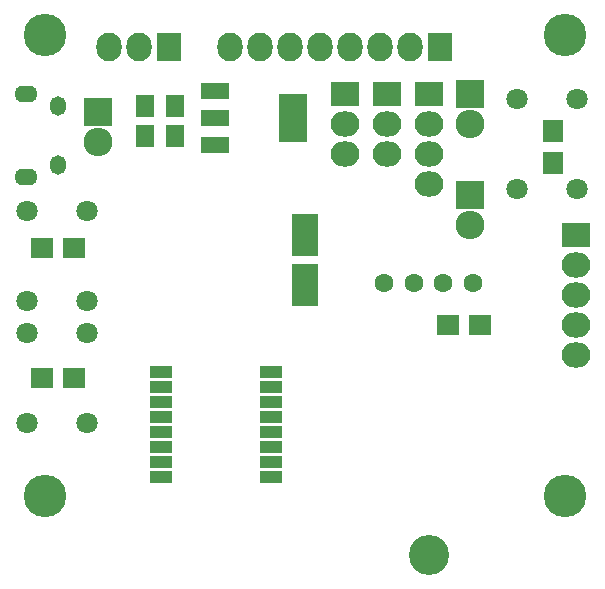
<source format=gbs>
G04 #@! TF.FileFunction,Soldermask,Bot*
%FSLAX46Y46*%
G04 Gerber Fmt 4.6, Leading zero omitted, Abs format (unit mm)*
G04 Created by KiCad (PCBNEW 4.0.4-1.fc24-product) date Sun Jan 15 22:00:39 2017*
%MOMM*%
%LPD*%
G01*
G04 APERTURE LIST*
%ADD10C,0.100000*%
%ADD11R,1.650000X1.900000*%
%ADD12R,2.432000X2.432000*%
%ADD13O,2.432000X2.432000*%
%ADD14O,1.350000X1.650000*%
%ADD15O,1.950000X1.400000*%
%ADD16R,2.127200X2.432000*%
%ADD17O,2.127200X2.432000*%
%ADD18R,2.432000X2.127200*%
%ADD19O,2.432000X2.127200*%
%ADD20R,1.700000X1.900000*%
%ADD21R,1.900000X1.700000*%
%ADD22C,1.797000*%
%ADD23R,2.432000X4.057600*%
%ADD24R,2.432000X1.416000*%
%ADD25R,1.900000X1.000000*%
%ADD26C,3.600000*%
%ADD27R,2.200860X3.549600*%
%ADD28C,1.600000*%
%ADD29C,3.400000*%
G04 APERTURE END LIST*
D10*
D11*
X53500000Y-40000000D03*
X53500000Y-42500000D03*
D12*
X78500000Y-39000000D03*
D13*
X78500000Y-41540000D03*
D14*
X43600000Y-39999100D03*
X43600000Y-44999100D03*
D15*
X40900000Y-38999100D03*
X40900000Y-45999100D03*
D16*
X76000000Y-35000000D03*
D17*
X73460000Y-35000000D03*
X70920000Y-35000000D03*
X68380000Y-35000000D03*
X65840000Y-35000000D03*
X63300000Y-35000000D03*
X60760000Y-35000000D03*
X58220000Y-35000000D03*
D18*
X67900000Y-39000000D03*
D19*
X67900000Y-41540000D03*
X67900000Y-44080000D03*
D16*
X53000000Y-35000000D03*
D17*
X50460000Y-35000000D03*
X47920000Y-35000000D03*
D18*
X71500000Y-39000000D03*
D19*
X71500000Y-41540000D03*
X71500000Y-44080000D03*
D18*
X87500000Y-50920000D03*
D19*
X87500000Y-53460000D03*
X87500000Y-56000000D03*
X87500000Y-58540000D03*
X87500000Y-61080000D03*
D20*
X85500000Y-44850000D03*
X85500000Y-42150000D03*
D21*
X42300000Y-52000000D03*
X45000000Y-52000000D03*
X42300000Y-63000000D03*
X45000000Y-63000000D03*
X79350000Y-58500000D03*
X76650000Y-58500000D03*
D22*
X82500000Y-39380000D03*
X87580000Y-39380000D03*
X82500000Y-47000000D03*
X87580000Y-47000000D03*
X46040000Y-56500000D03*
X40960000Y-56500000D03*
X46040000Y-48880000D03*
X40960000Y-48880000D03*
X46080000Y-66810000D03*
X41000000Y-66810000D03*
X46080000Y-59190000D03*
X41000000Y-59190000D03*
D23*
X63504000Y-41000000D03*
D24*
X56900000Y-41000000D03*
X56900000Y-38714000D03*
X56900000Y-43286000D03*
D25*
X61650000Y-62555000D03*
X61650000Y-63825000D03*
X61650000Y-65095000D03*
X61650000Y-66365000D03*
X61650000Y-67635000D03*
X61650000Y-68905000D03*
X61650000Y-70175000D03*
X61650000Y-71445000D03*
X52350000Y-71445000D03*
X52350000Y-70175000D03*
X52350000Y-68905000D03*
X52350000Y-67635000D03*
X52350000Y-66365000D03*
X52350000Y-65095000D03*
X52350000Y-63825000D03*
X52350000Y-62555000D03*
D18*
X75000000Y-39000000D03*
D19*
X75000000Y-41540000D03*
X75000000Y-44080000D03*
X75000000Y-46620000D03*
D11*
X51000000Y-40000000D03*
X51000000Y-42500000D03*
D12*
X78500000Y-47500000D03*
D13*
X78500000Y-50040000D03*
D12*
X47000000Y-40500000D03*
D13*
X47000000Y-43040000D03*
D26*
X86500000Y-34000000D03*
X86500000Y-73000000D03*
X42500000Y-73000000D03*
X42500000Y-34000000D03*
D27*
X64500000Y-50874020D03*
X64500000Y-55125980D03*
D28*
X78750000Y-55000000D03*
X76250000Y-55000000D03*
X73750000Y-55000000D03*
X71250000Y-55000000D03*
D29*
X75000000Y-78000000D03*
M02*

</source>
